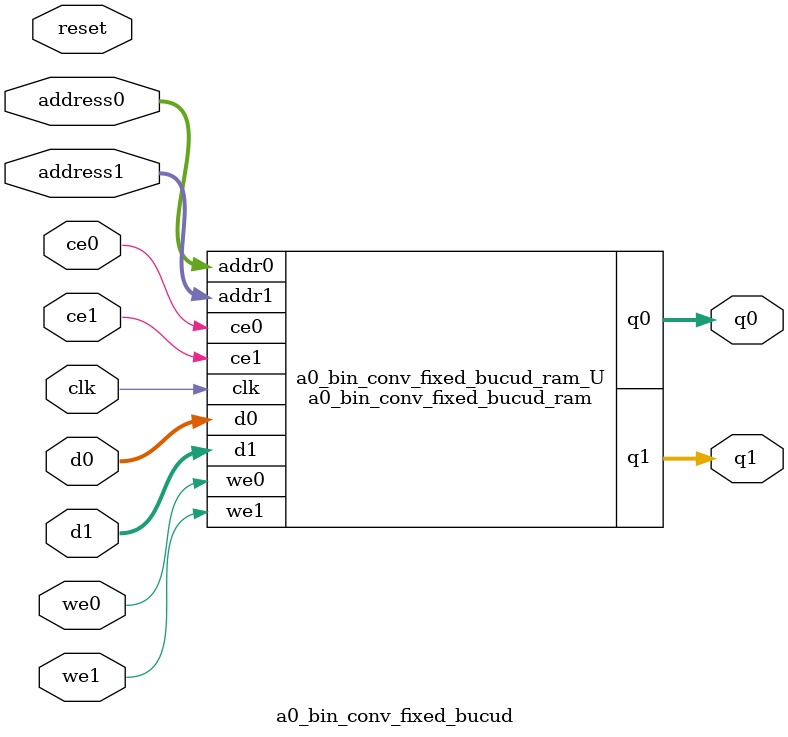
<source format=v>

`timescale 1 ns / 1 ps
module a0_bin_conv_fixed_bucud_ram (addr0, ce0, d0, we0, q0, addr1, ce1, d1, we1, q1,  clk);

parameter DWIDTH = 12;
parameter AWIDTH = 5;
parameter MEM_SIZE = 32;

input[AWIDTH-1:0] addr0;
input ce0;
input[DWIDTH-1:0] d0;
input we0;
output reg[DWIDTH-1:0] q0;
input[AWIDTH-1:0] addr1;
input ce1;
input[DWIDTH-1:0] d1;
input we1;
output reg[DWIDTH-1:0] q1;
input clk;

(* ram_style = "block" *)reg [DWIDTH-1:0] ram[0:MEM_SIZE-1];




always @(posedge clk)  
begin 
    if (ce0) 
    begin
        if (we0) 
        begin 
            ram[addr0] <= d0; 
            q0 <= d0;
        end 
        else 
            q0 <= ram[addr0];
    end
end


always @(posedge clk)  
begin 
    if (ce1) 
    begin
        if (we1) 
        begin 
            ram[addr1] <= d1; 
            q1 <= d1;
        end 
        else 
            q1 <= ram[addr1];
    end
end


endmodule


`timescale 1 ns / 1 ps
module a0_bin_conv_fixed_bucud(
    reset,
    clk,
    address0,
    ce0,
    we0,
    d0,
    q0,
    address1,
    ce1,
    we1,
    d1,
    q1);

parameter DataWidth = 32'd12;
parameter AddressRange = 32'd32;
parameter AddressWidth = 32'd5;
input reset;
input clk;
input[AddressWidth - 1:0] address0;
input ce0;
input we0;
input[DataWidth - 1:0] d0;
output[DataWidth - 1:0] q0;
input[AddressWidth - 1:0] address1;
input ce1;
input we1;
input[DataWidth - 1:0] d1;
output[DataWidth - 1:0] q1;



a0_bin_conv_fixed_bucud_ram a0_bin_conv_fixed_bucud_ram_U(
    .clk( clk ),
    .addr0( address0 ),
    .ce0( ce0 ),
    .d0( d0 ),
    .we0( we0 ),
    .q0( q0 ),
    .addr1( address1 ),
    .ce1( ce1 ),
    .d1( d1 ),
    .we1( we1 ),
    .q1( q1 ));

endmodule


</source>
